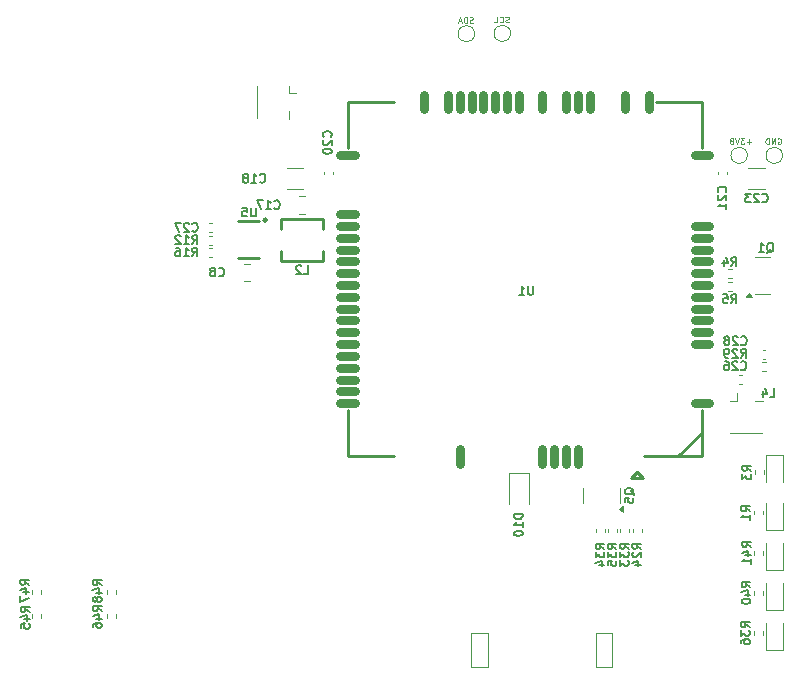
<source format=gbr>
%TF.GenerationSoftware,KiCad,Pcbnew,9.0.2*%
%TF.CreationDate,2025-06-30T16:53:14+07:00*%
%TF.ProjectId,GW11LR,47573131-4c52-42e6-9b69-6361645f7063,rev?*%
%TF.SameCoordinates,Original*%
%TF.FileFunction,Legend,Bot*%
%TF.FilePolarity,Positive*%
%FSLAX46Y46*%
G04 Gerber Fmt 4.6, Leading zero omitted, Abs format (unit mm)*
G04 Created by KiCad (PCBNEW 9.0.2) date 2025-06-30 16:53:14*
%MOMM*%
%LPD*%
G01*
G04 APERTURE LIST*
%ADD10C,0.100000*%
%ADD11C,0.150000*%
%ADD12C,0.120000*%
%ADD13C,0.250000*%
%ADD14C,0.750000*%
G04 APERTURE END LIST*
D10*
X177998960Y-123702600D02*
X179360400Y-123702600D01*
X179360400Y-126575340D01*
X177998960Y-126575340D01*
X177998960Y-123702600D01*
X167483360Y-123728000D02*
X168844800Y-123728000D01*
X168844800Y-126600740D01*
X167483360Y-126600740D01*
X167483360Y-123728000D01*
X170648972Y-71999800D02*
X170577544Y-72023609D01*
X170577544Y-72023609D02*
X170458496Y-72023609D01*
X170458496Y-72023609D02*
X170410877Y-71999800D01*
X170410877Y-71999800D02*
X170387068Y-71975990D01*
X170387068Y-71975990D02*
X170363258Y-71928371D01*
X170363258Y-71928371D02*
X170363258Y-71880752D01*
X170363258Y-71880752D02*
X170387068Y-71833133D01*
X170387068Y-71833133D02*
X170410877Y-71809323D01*
X170410877Y-71809323D02*
X170458496Y-71785514D01*
X170458496Y-71785514D02*
X170553734Y-71761704D01*
X170553734Y-71761704D02*
X170601353Y-71737895D01*
X170601353Y-71737895D02*
X170625163Y-71714085D01*
X170625163Y-71714085D02*
X170648972Y-71666466D01*
X170648972Y-71666466D02*
X170648972Y-71618847D01*
X170648972Y-71618847D02*
X170625163Y-71571228D01*
X170625163Y-71571228D02*
X170601353Y-71547419D01*
X170601353Y-71547419D02*
X170553734Y-71523609D01*
X170553734Y-71523609D02*
X170434687Y-71523609D01*
X170434687Y-71523609D02*
X170363258Y-71547419D01*
X169863259Y-71975990D02*
X169887068Y-71999800D01*
X169887068Y-71999800D02*
X169958497Y-72023609D01*
X169958497Y-72023609D02*
X170006116Y-72023609D01*
X170006116Y-72023609D02*
X170077544Y-71999800D01*
X170077544Y-71999800D02*
X170125163Y-71952180D01*
X170125163Y-71952180D02*
X170148973Y-71904561D01*
X170148973Y-71904561D02*
X170172782Y-71809323D01*
X170172782Y-71809323D02*
X170172782Y-71737895D01*
X170172782Y-71737895D02*
X170148973Y-71642657D01*
X170148973Y-71642657D02*
X170125163Y-71595038D01*
X170125163Y-71595038D02*
X170077544Y-71547419D01*
X170077544Y-71547419D02*
X170006116Y-71523609D01*
X170006116Y-71523609D02*
X169958497Y-71523609D01*
X169958497Y-71523609D02*
X169887068Y-71547419D01*
X169887068Y-71547419D02*
X169863259Y-71571228D01*
X169410878Y-72023609D02*
X169648973Y-72023609D01*
X169648973Y-72023609D02*
X169648973Y-71523609D01*
X191165163Y-82118133D02*
X190784211Y-82118133D01*
X190974687Y-82308609D02*
X190974687Y-81927657D01*
X190593734Y-81808609D02*
X190284210Y-81808609D01*
X190284210Y-81808609D02*
X190450877Y-81999085D01*
X190450877Y-81999085D02*
X190379448Y-81999085D01*
X190379448Y-81999085D02*
X190331829Y-82022895D01*
X190331829Y-82022895D02*
X190308020Y-82046704D01*
X190308020Y-82046704D02*
X190284210Y-82094323D01*
X190284210Y-82094323D02*
X190284210Y-82213371D01*
X190284210Y-82213371D02*
X190308020Y-82260990D01*
X190308020Y-82260990D02*
X190331829Y-82284800D01*
X190331829Y-82284800D02*
X190379448Y-82308609D01*
X190379448Y-82308609D02*
X190522305Y-82308609D01*
X190522305Y-82308609D02*
X190569924Y-82284800D01*
X190569924Y-82284800D02*
X190593734Y-82260990D01*
X190141353Y-81808609D02*
X189974687Y-82308609D01*
X189974687Y-82308609D02*
X189808020Y-81808609D01*
X189569925Y-82022895D02*
X189617544Y-81999085D01*
X189617544Y-81999085D02*
X189641354Y-81975276D01*
X189641354Y-81975276D02*
X189665163Y-81927657D01*
X189665163Y-81927657D02*
X189665163Y-81903847D01*
X189665163Y-81903847D02*
X189641354Y-81856228D01*
X189641354Y-81856228D02*
X189617544Y-81832419D01*
X189617544Y-81832419D02*
X189569925Y-81808609D01*
X189569925Y-81808609D02*
X189474687Y-81808609D01*
X189474687Y-81808609D02*
X189427068Y-81832419D01*
X189427068Y-81832419D02*
X189403259Y-81856228D01*
X189403259Y-81856228D02*
X189379449Y-81903847D01*
X189379449Y-81903847D02*
X189379449Y-81927657D01*
X189379449Y-81927657D02*
X189403259Y-81975276D01*
X189403259Y-81975276D02*
X189427068Y-81999085D01*
X189427068Y-81999085D02*
X189474687Y-82022895D01*
X189474687Y-82022895D02*
X189569925Y-82022895D01*
X189569925Y-82022895D02*
X189617544Y-82046704D01*
X189617544Y-82046704D02*
X189641354Y-82070514D01*
X189641354Y-82070514D02*
X189665163Y-82118133D01*
X189665163Y-82118133D02*
X189665163Y-82213371D01*
X189665163Y-82213371D02*
X189641354Y-82260990D01*
X189641354Y-82260990D02*
X189617544Y-82284800D01*
X189617544Y-82284800D02*
X189569925Y-82308609D01*
X189569925Y-82308609D02*
X189474687Y-82308609D01*
X189474687Y-82308609D02*
X189427068Y-82284800D01*
X189427068Y-82284800D02*
X189403259Y-82260990D01*
X189403259Y-82260990D02*
X189379449Y-82213371D01*
X189379449Y-82213371D02*
X189379449Y-82118133D01*
X189379449Y-82118133D02*
X189403259Y-82070514D01*
X189403259Y-82070514D02*
X189427068Y-82046704D01*
X189427068Y-82046704D02*
X189474687Y-82022895D01*
X193428258Y-81857419D02*
X193475877Y-81833609D01*
X193475877Y-81833609D02*
X193547306Y-81833609D01*
X193547306Y-81833609D02*
X193618734Y-81857419D01*
X193618734Y-81857419D02*
X193666353Y-81905038D01*
X193666353Y-81905038D02*
X193690163Y-81952657D01*
X193690163Y-81952657D02*
X193713972Y-82047895D01*
X193713972Y-82047895D02*
X193713972Y-82119323D01*
X193713972Y-82119323D02*
X193690163Y-82214561D01*
X193690163Y-82214561D02*
X193666353Y-82262180D01*
X193666353Y-82262180D02*
X193618734Y-82309800D01*
X193618734Y-82309800D02*
X193547306Y-82333609D01*
X193547306Y-82333609D02*
X193499687Y-82333609D01*
X193499687Y-82333609D02*
X193428258Y-82309800D01*
X193428258Y-82309800D02*
X193404449Y-82285990D01*
X193404449Y-82285990D02*
X193404449Y-82119323D01*
X193404449Y-82119323D02*
X193499687Y-82119323D01*
X193190163Y-82333609D02*
X193190163Y-81833609D01*
X193190163Y-81833609D02*
X192904449Y-82333609D01*
X192904449Y-82333609D02*
X192904449Y-81833609D01*
X192666353Y-82333609D02*
X192666353Y-81833609D01*
X192666353Y-81833609D02*
X192547305Y-81833609D01*
X192547305Y-81833609D02*
X192475877Y-81857419D01*
X192475877Y-81857419D02*
X192428258Y-81905038D01*
X192428258Y-81905038D02*
X192404448Y-81952657D01*
X192404448Y-81952657D02*
X192380639Y-82047895D01*
X192380639Y-82047895D02*
X192380639Y-82119323D01*
X192380639Y-82119323D02*
X192404448Y-82214561D01*
X192404448Y-82214561D02*
X192428258Y-82262180D01*
X192428258Y-82262180D02*
X192475877Y-82309800D01*
X192475877Y-82309800D02*
X192547305Y-82333609D01*
X192547305Y-82333609D02*
X192666353Y-82333609D01*
X167618972Y-72029800D02*
X167547544Y-72053609D01*
X167547544Y-72053609D02*
X167428496Y-72053609D01*
X167428496Y-72053609D02*
X167380877Y-72029800D01*
X167380877Y-72029800D02*
X167357068Y-72005990D01*
X167357068Y-72005990D02*
X167333258Y-71958371D01*
X167333258Y-71958371D02*
X167333258Y-71910752D01*
X167333258Y-71910752D02*
X167357068Y-71863133D01*
X167357068Y-71863133D02*
X167380877Y-71839323D01*
X167380877Y-71839323D02*
X167428496Y-71815514D01*
X167428496Y-71815514D02*
X167523734Y-71791704D01*
X167523734Y-71791704D02*
X167571353Y-71767895D01*
X167571353Y-71767895D02*
X167595163Y-71744085D01*
X167595163Y-71744085D02*
X167618972Y-71696466D01*
X167618972Y-71696466D02*
X167618972Y-71648847D01*
X167618972Y-71648847D02*
X167595163Y-71601228D01*
X167595163Y-71601228D02*
X167571353Y-71577419D01*
X167571353Y-71577419D02*
X167523734Y-71553609D01*
X167523734Y-71553609D02*
X167404687Y-71553609D01*
X167404687Y-71553609D02*
X167333258Y-71577419D01*
X167118973Y-72053609D02*
X167118973Y-71553609D01*
X167118973Y-71553609D02*
X166999925Y-71553609D01*
X166999925Y-71553609D02*
X166928497Y-71577419D01*
X166928497Y-71577419D02*
X166880878Y-71625038D01*
X166880878Y-71625038D02*
X166857068Y-71672657D01*
X166857068Y-71672657D02*
X166833259Y-71767895D01*
X166833259Y-71767895D02*
X166833259Y-71839323D01*
X166833259Y-71839323D02*
X166857068Y-71934561D01*
X166857068Y-71934561D02*
X166880878Y-71982180D01*
X166880878Y-71982180D02*
X166928497Y-72029800D01*
X166928497Y-72029800D02*
X166999925Y-72053609D01*
X166999925Y-72053609D02*
X167118973Y-72053609D01*
X166642782Y-71910752D02*
X166404687Y-71910752D01*
X166690401Y-72053609D02*
X166523735Y-71553609D01*
X166523735Y-71553609D02*
X166357068Y-72053609D01*
D11*
X191154164Y-116442856D02*
X190797021Y-116192856D01*
X191154164Y-116014285D02*
X190404164Y-116014285D01*
X190404164Y-116014285D02*
X190404164Y-116299999D01*
X190404164Y-116299999D02*
X190439878Y-116371428D01*
X190439878Y-116371428D02*
X190475592Y-116407142D01*
X190475592Y-116407142D02*
X190547021Y-116442856D01*
X190547021Y-116442856D02*
X190654164Y-116442856D01*
X190654164Y-116442856D02*
X190725592Y-116407142D01*
X190725592Y-116407142D02*
X190761307Y-116371428D01*
X190761307Y-116371428D02*
X190797021Y-116299999D01*
X190797021Y-116299999D02*
X190797021Y-116014285D01*
X190654164Y-117085714D02*
X191154164Y-117085714D01*
X190368450Y-116907142D02*
X190904164Y-116728571D01*
X190904164Y-116728571D02*
X190904164Y-117192856D01*
X191154164Y-117871428D02*
X191154164Y-117442857D01*
X191154164Y-117657142D02*
X190404164Y-117657142D01*
X190404164Y-117657142D02*
X190511307Y-117585714D01*
X190511307Y-117585714D02*
X190582735Y-117514285D01*
X190582735Y-117514285D02*
X190618450Y-117442857D01*
X136194164Y-121847856D02*
X135837021Y-121597856D01*
X136194164Y-121419285D02*
X135444164Y-121419285D01*
X135444164Y-121419285D02*
X135444164Y-121704999D01*
X135444164Y-121704999D02*
X135479878Y-121776428D01*
X135479878Y-121776428D02*
X135515592Y-121812142D01*
X135515592Y-121812142D02*
X135587021Y-121847856D01*
X135587021Y-121847856D02*
X135694164Y-121847856D01*
X135694164Y-121847856D02*
X135765592Y-121812142D01*
X135765592Y-121812142D02*
X135801307Y-121776428D01*
X135801307Y-121776428D02*
X135837021Y-121704999D01*
X135837021Y-121704999D02*
X135837021Y-121419285D01*
X135694164Y-122490714D02*
X136194164Y-122490714D01*
X135408450Y-122312142D02*
X135944164Y-122133571D01*
X135944164Y-122133571D02*
X135944164Y-122597856D01*
X135444164Y-123205000D02*
X135444164Y-123062142D01*
X135444164Y-123062142D02*
X135479878Y-122990714D01*
X135479878Y-122990714D02*
X135515592Y-122955000D01*
X135515592Y-122955000D02*
X135622735Y-122883571D01*
X135622735Y-122883571D02*
X135765592Y-122847857D01*
X135765592Y-122847857D02*
X136051307Y-122847857D01*
X136051307Y-122847857D02*
X136122735Y-122883571D01*
X136122735Y-122883571D02*
X136158450Y-122919285D01*
X136158450Y-122919285D02*
X136194164Y-122990714D01*
X136194164Y-122990714D02*
X136194164Y-123133571D01*
X136194164Y-123133571D02*
X136158450Y-123205000D01*
X136158450Y-123205000D02*
X136122735Y-123240714D01*
X136122735Y-123240714D02*
X136051307Y-123276428D01*
X136051307Y-123276428D02*
X135872735Y-123276428D01*
X135872735Y-123276428D02*
X135801307Y-123240714D01*
X135801307Y-123240714D02*
X135765592Y-123205000D01*
X135765592Y-123205000D02*
X135729878Y-123133571D01*
X135729878Y-123133571D02*
X135729878Y-122990714D01*
X135729878Y-122990714D02*
X135765592Y-122919285D01*
X135765592Y-122919285D02*
X135801307Y-122883571D01*
X135801307Y-122883571D02*
X135872735Y-122847857D01*
X130049164Y-119637856D02*
X129692021Y-119387856D01*
X130049164Y-119209285D02*
X129299164Y-119209285D01*
X129299164Y-119209285D02*
X129299164Y-119494999D01*
X129299164Y-119494999D02*
X129334878Y-119566428D01*
X129334878Y-119566428D02*
X129370592Y-119602142D01*
X129370592Y-119602142D02*
X129442021Y-119637856D01*
X129442021Y-119637856D02*
X129549164Y-119637856D01*
X129549164Y-119637856D02*
X129620592Y-119602142D01*
X129620592Y-119602142D02*
X129656307Y-119566428D01*
X129656307Y-119566428D02*
X129692021Y-119494999D01*
X129692021Y-119494999D02*
X129692021Y-119209285D01*
X129549164Y-120280714D02*
X130049164Y-120280714D01*
X129263450Y-120102142D02*
X129799164Y-119923571D01*
X129799164Y-119923571D02*
X129799164Y-120387856D01*
X129299164Y-120602142D02*
X129299164Y-121102142D01*
X129299164Y-121102142D02*
X130049164Y-120780714D01*
X190292143Y-101377735D02*
X190327857Y-101413450D01*
X190327857Y-101413450D02*
X190435000Y-101449164D01*
X190435000Y-101449164D02*
X190506428Y-101449164D01*
X190506428Y-101449164D02*
X190613571Y-101413450D01*
X190613571Y-101413450D02*
X190685000Y-101342021D01*
X190685000Y-101342021D02*
X190720714Y-101270592D01*
X190720714Y-101270592D02*
X190756428Y-101127735D01*
X190756428Y-101127735D02*
X190756428Y-101020592D01*
X190756428Y-101020592D02*
X190720714Y-100877735D01*
X190720714Y-100877735D02*
X190685000Y-100806307D01*
X190685000Y-100806307D02*
X190613571Y-100734878D01*
X190613571Y-100734878D02*
X190506428Y-100699164D01*
X190506428Y-100699164D02*
X190435000Y-100699164D01*
X190435000Y-100699164D02*
X190327857Y-100734878D01*
X190327857Y-100734878D02*
X190292143Y-100770592D01*
X190006428Y-100770592D02*
X189970714Y-100734878D01*
X189970714Y-100734878D02*
X189899286Y-100699164D01*
X189899286Y-100699164D02*
X189720714Y-100699164D01*
X189720714Y-100699164D02*
X189649286Y-100734878D01*
X189649286Y-100734878D02*
X189613571Y-100770592D01*
X189613571Y-100770592D02*
X189577857Y-100842021D01*
X189577857Y-100842021D02*
X189577857Y-100913450D01*
X189577857Y-100913450D02*
X189613571Y-101020592D01*
X189613571Y-101020592D02*
X190042143Y-101449164D01*
X190042143Y-101449164D02*
X189577857Y-101449164D01*
X188935000Y-100699164D02*
X189077857Y-100699164D01*
X189077857Y-100699164D02*
X189149285Y-100734878D01*
X189149285Y-100734878D02*
X189185000Y-100770592D01*
X189185000Y-100770592D02*
X189256428Y-100877735D01*
X189256428Y-100877735D02*
X189292142Y-101020592D01*
X189292142Y-101020592D02*
X189292142Y-101306307D01*
X189292142Y-101306307D02*
X189256428Y-101377735D01*
X189256428Y-101377735D02*
X189220714Y-101413450D01*
X189220714Y-101413450D02*
X189149285Y-101449164D01*
X189149285Y-101449164D02*
X189006428Y-101449164D01*
X189006428Y-101449164D02*
X188935000Y-101413450D01*
X188935000Y-101413450D02*
X188899285Y-101377735D01*
X188899285Y-101377735D02*
X188863571Y-101306307D01*
X188863571Y-101306307D02*
X188863571Y-101127735D01*
X188863571Y-101127735D02*
X188899285Y-101056307D01*
X188899285Y-101056307D02*
X188935000Y-101020592D01*
X188935000Y-101020592D02*
X189006428Y-100984878D01*
X189006428Y-100984878D02*
X189149285Y-100984878D01*
X189149285Y-100984878D02*
X189220714Y-101020592D01*
X189220714Y-101020592D02*
X189256428Y-101056307D01*
X189256428Y-101056307D02*
X189292142Y-101127735D01*
X149241428Y-87689164D02*
X149241428Y-88296307D01*
X149241428Y-88296307D02*
X149205714Y-88367735D01*
X149205714Y-88367735D02*
X149170000Y-88403450D01*
X149170000Y-88403450D02*
X149098571Y-88439164D01*
X149098571Y-88439164D02*
X148955714Y-88439164D01*
X148955714Y-88439164D02*
X148884285Y-88403450D01*
X148884285Y-88403450D02*
X148848571Y-88367735D01*
X148848571Y-88367735D02*
X148812857Y-88296307D01*
X148812857Y-88296307D02*
X148812857Y-87689164D01*
X148098571Y-87689164D02*
X148455714Y-87689164D01*
X148455714Y-87689164D02*
X148491428Y-88046307D01*
X148491428Y-88046307D02*
X148455714Y-88010592D01*
X148455714Y-88010592D02*
X148384286Y-87974878D01*
X148384286Y-87974878D02*
X148205714Y-87974878D01*
X148205714Y-87974878D02*
X148134286Y-88010592D01*
X148134286Y-88010592D02*
X148098571Y-88046307D01*
X148098571Y-88046307D02*
X148062857Y-88117735D01*
X148062857Y-88117735D02*
X148062857Y-88296307D01*
X148062857Y-88296307D02*
X148098571Y-88367735D01*
X148098571Y-88367735D02*
X148134286Y-88403450D01*
X148134286Y-88403450D02*
X148205714Y-88439164D01*
X148205714Y-88439164D02*
X148384286Y-88439164D01*
X148384286Y-88439164D02*
X148455714Y-88403450D01*
X148455714Y-88403450D02*
X148491428Y-88367735D01*
X191044164Y-123232856D02*
X190687021Y-122982856D01*
X191044164Y-122804285D02*
X190294164Y-122804285D01*
X190294164Y-122804285D02*
X190294164Y-123089999D01*
X190294164Y-123089999D02*
X190329878Y-123161428D01*
X190329878Y-123161428D02*
X190365592Y-123197142D01*
X190365592Y-123197142D02*
X190437021Y-123232856D01*
X190437021Y-123232856D02*
X190544164Y-123232856D01*
X190544164Y-123232856D02*
X190615592Y-123197142D01*
X190615592Y-123197142D02*
X190651307Y-123161428D01*
X190651307Y-123161428D02*
X190687021Y-123089999D01*
X190687021Y-123089999D02*
X190687021Y-122804285D01*
X190294164Y-123482856D02*
X190294164Y-123947142D01*
X190294164Y-123947142D02*
X190579878Y-123697142D01*
X190579878Y-123697142D02*
X190579878Y-123804285D01*
X190579878Y-123804285D02*
X190615592Y-123875714D01*
X190615592Y-123875714D02*
X190651307Y-123911428D01*
X190651307Y-123911428D02*
X190722735Y-123947142D01*
X190722735Y-123947142D02*
X190901307Y-123947142D01*
X190901307Y-123947142D02*
X190972735Y-123911428D01*
X190972735Y-123911428D02*
X191008450Y-123875714D01*
X191008450Y-123875714D02*
X191044164Y-123804285D01*
X191044164Y-123804285D02*
X191044164Y-123589999D01*
X191044164Y-123589999D02*
X191008450Y-123518571D01*
X191008450Y-123518571D02*
X190972735Y-123482856D01*
X190294164Y-124590000D02*
X190294164Y-124447142D01*
X190294164Y-124447142D02*
X190329878Y-124375714D01*
X190329878Y-124375714D02*
X190365592Y-124340000D01*
X190365592Y-124340000D02*
X190472735Y-124268571D01*
X190472735Y-124268571D02*
X190615592Y-124232857D01*
X190615592Y-124232857D02*
X190901307Y-124232857D01*
X190901307Y-124232857D02*
X190972735Y-124268571D01*
X190972735Y-124268571D02*
X191008450Y-124304285D01*
X191008450Y-124304285D02*
X191044164Y-124375714D01*
X191044164Y-124375714D02*
X191044164Y-124518571D01*
X191044164Y-124518571D02*
X191008450Y-124590000D01*
X191008450Y-124590000D02*
X190972735Y-124625714D01*
X190972735Y-124625714D02*
X190901307Y-124661428D01*
X190901307Y-124661428D02*
X190722735Y-124661428D01*
X190722735Y-124661428D02*
X190651307Y-124625714D01*
X190651307Y-124625714D02*
X190615592Y-124590000D01*
X190615592Y-124590000D02*
X190579878Y-124518571D01*
X190579878Y-124518571D02*
X190579878Y-124375714D01*
X190579878Y-124375714D02*
X190615592Y-124304285D01*
X190615592Y-124304285D02*
X190651307Y-124268571D01*
X190651307Y-124268571D02*
X190722735Y-124232857D01*
X130069164Y-121907856D02*
X129712021Y-121657856D01*
X130069164Y-121479285D02*
X129319164Y-121479285D01*
X129319164Y-121479285D02*
X129319164Y-121764999D01*
X129319164Y-121764999D02*
X129354878Y-121836428D01*
X129354878Y-121836428D02*
X129390592Y-121872142D01*
X129390592Y-121872142D02*
X129462021Y-121907856D01*
X129462021Y-121907856D02*
X129569164Y-121907856D01*
X129569164Y-121907856D02*
X129640592Y-121872142D01*
X129640592Y-121872142D02*
X129676307Y-121836428D01*
X129676307Y-121836428D02*
X129712021Y-121764999D01*
X129712021Y-121764999D02*
X129712021Y-121479285D01*
X129569164Y-122550714D02*
X130069164Y-122550714D01*
X129283450Y-122372142D02*
X129819164Y-122193571D01*
X129819164Y-122193571D02*
X129819164Y-122657856D01*
X129319164Y-123300714D02*
X129319164Y-122943571D01*
X129319164Y-122943571D02*
X129676307Y-122907857D01*
X129676307Y-122907857D02*
X129640592Y-122943571D01*
X129640592Y-122943571D02*
X129604878Y-123015000D01*
X129604878Y-123015000D02*
X129604878Y-123193571D01*
X129604878Y-123193571D02*
X129640592Y-123265000D01*
X129640592Y-123265000D02*
X129676307Y-123300714D01*
X129676307Y-123300714D02*
X129747735Y-123336428D01*
X129747735Y-123336428D02*
X129926307Y-123336428D01*
X129926307Y-123336428D02*
X129997735Y-123300714D01*
X129997735Y-123300714D02*
X130033450Y-123265000D01*
X130033450Y-123265000D02*
X130069164Y-123193571D01*
X130069164Y-123193571D02*
X130069164Y-123015000D01*
X130069164Y-123015000D02*
X130033450Y-122943571D01*
X130033450Y-122943571D02*
X129997735Y-122907857D01*
X143862143Y-89667735D02*
X143897857Y-89703450D01*
X143897857Y-89703450D02*
X144005000Y-89739164D01*
X144005000Y-89739164D02*
X144076428Y-89739164D01*
X144076428Y-89739164D02*
X144183571Y-89703450D01*
X144183571Y-89703450D02*
X144255000Y-89632021D01*
X144255000Y-89632021D02*
X144290714Y-89560592D01*
X144290714Y-89560592D02*
X144326428Y-89417735D01*
X144326428Y-89417735D02*
X144326428Y-89310592D01*
X144326428Y-89310592D02*
X144290714Y-89167735D01*
X144290714Y-89167735D02*
X144255000Y-89096307D01*
X144255000Y-89096307D02*
X144183571Y-89024878D01*
X144183571Y-89024878D02*
X144076428Y-88989164D01*
X144076428Y-88989164D02*
X144005000Y-88989164D01*
X144005000Y-88989164D02*
X143897857Y-89024878D01*
X143897857Y-89024878D02*
X143862143Y-89060592D01*
X143576428Y-89060592D02*
X143540714Y-89024878D01*
X143540714Y-89024878D02*
X143469286Y-88989164D01*
X143469286Y-88989164D02*
X143290714Y-88989164D01*
X143290714Y-88989164D02*
X143219286Y-89024878D01*
X143219286Y-89024878D02*
X143183571Y-89060592D01*
X143183571Y-89060592D02*
X143147857Y-89132021D01*
X143147857Y-89132021D02*
X143147857Y-89203450D01*
X143147857Y-89203450D02*
X143183571Y-89310592D01*
X143183571Y-89310592D02*
X143612143Y-89739164D01*
X143612143Y-89739164D02*
X143147857Y-89739164D01*
X142897857Y-88989164D02*
X142397857Y-88989164D01*
X142397857Y-88989164D02*
X142719285Y-89739164D01*
X192107143Y-87187735D02*
X192142857Y-87223450D01*
X192142857Y-87223450D02*
X192250000Y-87259164D01*
X192250000Y-87259164D02*
X192321428Y-87259164D01*
X192321428Y-87259164D02*
X192428571Y-87223450D01*
X192428571Y-87223450D02*
X192500000Y-87152021D01*
X192500000Y-87152021D02*
X192535714Y-87080592D01*
X192535714Y-87080592D02*
X192571428Y-86937735D01*
X192571428Y-86937735D02*
X192571428Y-86830592D01*
X192571428Y-86830592D02*
X192535714Y-86687735D01*
X192535714Y-86687735D02*
X192500000Y-86616307D01*
X192500000Y-86616307D02*
X192428571Y-86544878D01*
X192428571Y-86544878D02*
X192321428Y-86509164D01*
X192321428Y-86509164D02*
X192250000Y-86509164D01*
X192250000Y-86509164D02*
X192142857Y-86544878D01*
X192142857Y-86544878D02*
X192107143Y-86580592D01*
X191821428Y-86580592D02*
X191785714Y-86544878D01*
X191785714Y-86544878D02*
X191714286Y-86509164D01*
X191714286Y-86509164D02*
X191535714Y-86509164D01*
X191535714Y-86509164D02*
X191464286Y-86544878D01*
X191464286Y-86544878D02*
X191428571Y-86580592D01*
X191428571Y-86580592D02*
X191392857Y-86652021D01*
X191392857Y-86652021D02*
X191392857Y-86723450D01*
X191392857Y-86723450D02*
X191428571Y-86830592D01*
X191428571Y-86830592D02*
X191857143Y-87259164D01*
X191857143Y-87259164D02*
X191392857Y-87259164D01*
X191142857Y-86509164D02*
X190678571Y-86509164D01*
X190678571Y-86509164D02*
X190928571Y-86794878D01*
X190928571Y-86794878D02*
X190821428Y-86794878D01*
X190821428Y-86794878D02*
X190750000Y-86830592D01*
X190750000Y-86830592D02*
X190714285Y-86866307D01*
X190714285Y-86866307D02*
X190678571Y-86937735D01*
X190678571Y-86937735D02*
X190678571Y-87116307D01*
X190678571Y-87116307D02*
X190714285Y-87187735D01*
X190714285Y-87187735D02*
X190750000Y-87223450D01*
X190750000Y-87223450D02*
X190821428Y-87259164D01*
X190821428Y-87259164D02*
X191035714Y-87259164D01*
X191035714Y-87259164D02*
X191107142Y-87223450D01*
X191107142Y-87223450D02*
X191142857Y-87187735D01*
X189485000Y-92639164D02*
X189735000Y-92282021D01*
X189913571Y-92639164D02*
X189913571Y-91889164D01*
X189913571Y-91889164D02*
X189627857Y-91889164D01*
X189627857Y-91889164D02*
X189556428Y-91924878D01*
X189556428Y-91924878D02*
X189520714Y-91960592D01*
X189520714Y-91960592D02*
X189485000Y-92032021D01*
X189485000Y-92032021D02*
X189485000Y-92139164D01*
X189485000Y-92139164D02*
X189520714Y-92210592D01*
X189520714Y-92210592D02*
X189556428Y-92246307D01*
X189556428Y-92246307D02*
X189627857Y-92282021D01*
X189627857Y-92282021D02*
X189913571Y-92282021D01*
X188842143Y-92139164D02*
X188842143Y-92639164D01*
X189020714Y-91853450D02*
X189199285Y-92389164D01*
X189199285Y-92389164D02*
X188735000Y-92389164D01*
X178749164Y-116587856D02*
X178392021Y-116337856D01*
X178749164Y-116159285D02*
X177999164Y-116159285D01*
X177999164Y-116159285D02*
X177999164Y-116444999D01*
X177999164Y-116444999D02*
X178034878Y-116516428D01*
X178034878Y-116516428D02*
X178070592Y-116552142D01*
X178070592Y-116552142D02*
X178142021Y-116587856D01*
X178142021Y-116587856D02*
X178249164Y-116587856D01*
X178249164Y-116587856D02*
X178320592Y-116552142D01*
X178320592Y-116552142D02*
X178356307Y-116516428D01*
X178356307Y-116516428D02*
X178392021Y-116444999D01*
X178392021Y-116444999D02*
X178392021Y-116159285D01*
X177999164Y-116837856D02*
X177999164Y-117302142D01*
X177999164Y-117302142D02*
X178284878Y-117052142D01*
X178284878Y-117052142D02*
X178284878Y-117159285D01*
X178284878Y-117159285D02*
X178320592Y-117230714D01*
X178320592Y-117230714D02*
X178356307Y-117266428D01*
X178356307Y-117266428D02*
X178427735Y-117302142D01*
X178427735Y-117302142D02*
X178606307Y-117302142D01*
X178606307Y-117302142D02*
X178677735Y-117266428D01*
X178677735Y-117266428D02*
X178713450Y-117230714D01*
X178713450Y-117230714D02*
X178749164Y-117159285D01*
X178749164Y-117159285D02*
X178749164Y-116944999D01*
X178749164Y-116944999D02*
X178713450Y-116873571D01*
X178713450Y-116873571D02*
X178677735Y-116837856D01*
X178249164Y-117945000D02*
X178749164Y-117945000D01*
X177963450Y-117766428D02*
X178499164Y-117587857D01*
X178499164Y-117587857D02*
X178499164Y-118052142D01*
X146095000Y-93447735D02*
X146130714Y-93483450D01*
X146130714Y-93483450D02*
X146237857Y-93519164D01*
X146237857Y-93519164D02*
X146309285Y-93519164D01*
X146309285Y-93519164D02*
X146416428Y-93483450D01*
X146416428Y-93483450D02*
X146487857Y-93412021D01*
X146487857Y-93412021D02*
X146523571Y-93340592D01*
X146523571Y-93340592D02*
X146559285Y-93197735D01*
X146559285Y-93197735D02*
X146559285Y-93090592D01*
X146559285Y-93090592D02*
X146523571Y-92947735D01*
X146523571Y-92947735D02*
X146487857Y-92876307D01*
X146487857Y-92876307D02*
X146416428Y-92804878D01*
X146416428Y-92804878D02*
X146309285Y-92769164D01*
X146309285Y-92769164D02*
X146237857Y-92769164D01*
X146237857Y-92769164D02*
X146130714Y-92804878D01*
X146130714Y-92804878D02*
X146095000Y-92840592D01*
X145666428Y-93090592D02*
X145737857Y-93054878D01*
X145737857Y-93054878D02*
X145773571Y-93019164D01*
X145773571Y-93019164D02*
X145809285Y-92947735D01*
X145809285Y-92947735D02*
X145809285Y-92912021D01*
X145809285Y-92912021D02*
X145773571Y-92840592D01*
X145773571Y-92840592D02*
X145737857Y-92804878D01*
X145737857Y-92804878D02*
X145666428Y-92769164D01*
X145666428Y-92769164D02*
X145523571Y-92769164D01*
X145523571Y-92769164D02*
X145452143Y-92804878D01*
X145452143Y-92804878D02*
X145416428Y-92840592D01*
X145416428Y-92840592D02*
X145380714Y-92912021D01*
X145380714Y-92912021D02*
X145380714Y-92947735D01*
X145380714Y-92947735D02*
X145416428Y-93019164D01*
X145416428Y-93019164D02*
X145452143Y-93054878D01*
X145452143Y-93054878D02*
X145523571Y-93090592D01*
X145523571Y-93090592D02*
X145666428Y-93090592D01*
X145666428Y-93090592D02*
X145737857Y-93126307D01*
X145737857Y-93126307D02*
X145773571Y-93162021D01*
X145773571Y-93162021D02*
X145809285Y-93233450D01*
X145809285Y-93233450D02*
X145809285Y-93376307D01*
X145809285Y-93376307D02*
X145773571Y-93447735D01*
X145773571Y-93447735D02*
X145737857Y-93483450D01*
X145737857Y-93483450D02*
X145666428Y-93519164D01*
X145666428Y-93519164D02*
X145523571Y-93519164D01*
X145523571Y-93519164D02*
X145452143Y-93483450D01*
X145452143Y-93483450D02*
X145416428Y-93447735D01*
X145416428Y-93447735D02*
X145380714Y-93376307D01*
X145380714Y-93376307D02*
X145380714Y-93233450D01*
X145380714Y-93233450D02*
X145416428Y-93162021D01*
X145416428Y-93162021D02*
X145452143Y-93126307D01*
X145452143Y-93126307D02*
X145523571Y-93090592D01*
X149572143Y-85517735D02*
X149607857Y-85553450D01*
X149607857Y-85553450D02*
X149715000Y-85589164D01*
X149715000Y-85589164D02*
X149786428Y-85589164D01*
X149786428Y-85589164D02*
X149893571Y-85553450D01*
X149893571Y-85553450D02*
X149965000Y-85482021D01*
X149965000Y-85482021D02*
X150000714Y-85410592D01*
X150000714Y-85410592D02*
X150036428Y-85267735D01*
X150036428Y-85267735D02*
X150036428Y-85160592D01*
X150036428Y-85160592D02*
X150000714Y-85017735D01*
X150000714Y-85017735D02*
X149965000Y-84946307D01*
X149965000Y-84946307D02*
X149893571Y-84874878D01*
X149893571Y-84874878D02*
X149786428Y-84839164D01*
X149786428Y-84839164D02*
X149715000Y-84839164D01*
X149715000Y-84839164D02*
X149607857Y-84874878D01*
X149607857Y-84874878D02*
X149572143Y-84910592D01*
X148857857Y-85589164D02*
X149286428Y-85589164D01*
X149072143Y-85589164D02*
X149072143Y-84839164D01*
X149072143Y-84839164D02*
X149143571Y-84946307D01*
X149143571Y-84946307D02*
X149215000Y-85017735D01*
X149215000Y-85017735D02*
X149286428Y-85053450D01*
X148429285Y-85160592D02*
X148500714Y-85124878D01*
X148500714Y-85124878D02*
X148536428Y-85089164D01*
X148536428Y-85089164D02*
X148572142Y-85017735D01*
X148572142Y-85017735D02*
X148572142Y-84982021D01*
X148572142Y-84982021D02*
X148536428Y-84910592D01*
X148536428Y-84910592D02*
X148500714Y-84874878D01*
X148500714Y-84874878D02*
X148429285Y-84839164D01*
X148429285Y-84839164D02*
X148286428Y-84839164D01*
X148286428Y-84839164D02*
X148215000Y-84874878D01*
X148215000Y-84874878D02*
X148179285Y-84910592D01*
X148179285Y-84910592D02*
X148143571Y-84982021D01*
X148143571Y-84982021D02*
X148143571Y-85017735D01*
X148143571Y-85017735D02*
X148179285Y-85089164D01*
X148179285Y-85089164D02*
X148215000Y-85124878D01*
X148215000Y-85124878D02*
X148286428Y-85160592D01*
X148286428Y-85160592D02*
X148429285Y-85160592D01*
X148429285Y-85160592D02*
X148500714Y-85196307D01*
X148500714Y-85196307D02*
X148536428Y-85232021D01*
X148536428Y-85232021D02*
X148572142Y-85303450D01*
X148572142Y-85303450D02*
X148572142Y-85446307D01*
X148572142Y-85446307D02*
X148536428Y-85517735D01*
X148536428Y-85517735D02*
X148500714Y-85553450D01*
X148500714Y-85553450D02*
X148429285Y-85589164D01*
X148429285Y-85589164D02*
X148286428Y-85589164D01*
X148286428Y-85589164D02*
X148215000Y-85553450D01*
X148215000Y-85553450D02*
X148179285Y-85517735D01*
X148179285Y-85517735D02*
X148143571Y-85446307D01*
X148143571Y-85446307D02*
X148143571Y-85303450D01*
X148143571Y-85303450D02*
X148179285Y-85232021D01*
X148179285Y-85232021D02*
X148215000Y-85196307D01*
X148215000Y-85196307D02*
X148286428Y-85160592D01*
X171829164Y-113629285D02*
X171079164Y-113629285D01*
X171079164Y-113629285D02*
X171079164Y-113807856D01*
X171079164Y-113807856D02*
X171114878Y-113914999D01*
X171114878Y-113914999D02*
X171186307Y-113986428D01*
X171186307Y-113986428D02*
X171257735Y-114022142D01*
X171257735Y-114022142D02*
X171400592Y-114057856D01*
X171400592Y-114057856D02*
X171507735Y-114057856D01*
X171507735Y-114057856D02*
X171650592Y-114022142D01*
X171650592Y-114022142D02*
X171722021Y-113986428D01*
X171722021Y-113986428D02*
X171793450Y-113914999D01*
X171793450Y-113914999D02*
X171829164Y-113807856D01*
X171829164Y-113807856D02*
X171829164Y-113629285D01*
X171829164Y-114772142D02*
X171829164Y-114343571D01*
X171829164Y-114557856D02*
X171079164Y-114557856D01*
X171079164Y-114557856D02*
X171186307Y-114486428D01*
X171186307Y-114486428D02*
X171257735Y-114414999D01*
X171257735Y-114414999D02*
X171293450Y-114343571D01*
X171079164Y-115236428D02*
X171079164Y-115307857D01*
X171079164Y-115307857D02*
X171114878Y-115379285D01*
X171114878Y-115379285D02*
X171150592Y-115415000D01*
X171150592Y-115415000D02*
X171222021Y-115450714D01*
X171222021Y-115450714D02*
X171364878Y-115486428D01*
X171364878Y-115486428D02*
X171543450Y-115486428D01*
X171543450Y-115486428D02*
X171686307Y-115450714D01*
X171686307Y-115450714D02*
X171757735Y-115415000D01*
X171757735Y-115415000D02*
X171793450Y-115379285D01*
X171793450Y-115379285D02*
X171829164Y-115307857D01*
X171829164Y-115307857D02*
X171829164Y-115236428D01*
X171829164Y-115236428D02*
X171793450Y-115165000D01*
X171793450Y-115165000D02*
X171757735Y-115129285D01*
X171757735Y-115129285D02*
X171686307Y-115093571D01*
X171686307Y-115093571D02*
X171543450Y-115057857D01*
X171543450Y-115057857D02*
X171364878Y-115057857D01*
X171364878Y-115057857D02*
X171222021Y-115093571D01*
X171222021Y-115093571D02*
X171150592Y-115129285D01*
X171150592Y-115129285D02*
X171114878Y-115165000D01*
X171114878Y-115165000D02*
X171079164Y-115236428D01*
X181869164Y-116577856D02*
X181512021Y-116327856D01*
X181869164Y-116149285D02*
X181119164Y-116149285D01*
X181119164Y-116149285D02*
X181119164Y-116434999D01*
X181119164Y-116434999D02*
X181154878Y-116506428D01*
X181154878Y-116506428D02*
X181190592Y-116542142D01*
X181190592Y-116542142D02*
X181262021Y-116577856D01*
X181262021Y-116577856D02*
X181369164Y-116577856D01*
X181369164Y-116577856D02*
X181440592Y-116542142D01*
X181440592Y-116542142D02*
X181476307Y-116506428D01*
X181476307Y-116506428D02*
X181512021Y-116434999D01*
X181512021Y-116434999D02*
X181512021Y-116149285D01*
X181190592Y-116863571D02*
X181154878Y-116899285D01*
X181154878Y-116899285D02*
X181119164Y-116970714D01*
X181119164Y-116970714D02*
X181119164Y-117149285D01*
X181119164Y-117149285D02*
X181154878Y-117220714D01*
X181154878Y-117220714D02*
X181190592Y-117256428D01*
X181190592Y-117256428D02*
X181262021Y-117292142D01*
X181262021Y-117292142D02*
X181333450Y-117292142D01*
X181333450Y-117292142D02*
X181440592Y-117256428D01*
X181440592Y-117256428D02*
X181869164Y-116827856D01*
X181869164Y-116827856D02*
X181869164Y-117292142D01*
X181369164Y-117935000D02*
X181869164Y-117935000D01*
X181083450Y-117756428D02*
X181619164Y-117577857D01*
X181619164Y-117577857D02*
X181619164Y-118042142D01*
X179759164Y-116577856D02*
X179402021Y-116327856D01*
X179759164Y-116149285D02*
X179009164Y-116149285D01*
X179009164Y-116149285D02*
X179009164Y-116434999D01*
X179009164Y-116434999D02*
X179044878Y-116506428D01*
X179044878Y-116506428D02*
X179080592Y-116542142D01*
X179080592Y-116542142D02*
X179152021Y-116577856D01*
X179152021Y-116577856D02*
X179259164Y-116577856D01*
X179259164Y-116577856D02*
X179330592Y-116542142D01*
X179330592Y-116542142D02*
X179366307Y-116506428D01*
X179366307Y-116506428D02*
X179402021Y-116434999D01*
X179402021Y-116434999D02*
X179402021Y-116149285D01*
X179009164Y-116827856D02*
X179009164Y-117292142D01*
X179009164Y-117292142D02*
X179294878Y-117042142D01*
X179294878Y-117042142D02*
X179294878Y-117149285D01*
X179294878Y-117149285D02*
X179330592Y-117220714D01*
X179330592Y-117220714D02*
X179366307Y-117256428D01*
X179366307Y-117256428D02*
X179437735Y-117292142D01*
X179437735Y-117292142D02*
X179616307Y-117292142D01*
X179616307Y-117292142D02*
X179687735Y-117256428D01*
X179687735Y-117256428D02*
X179723450Y-117220714D01*
X179723450Y-117220714D02*
X179759164Y-117149285D01*
X179759164Y-117149285D02*
X179759164Y-116934999D01*
X179759164Y-116934999D02*
X179723450Y-116863571D01*
X179723450Y-116863571D02*
X179687735Y-116827856D01*
X179009164Y-117970714D02*
X179009164Y-117613571D01*
X179009164Y-117613571D02*
X179366307Y-117577857D01*
X179366307Y-117577857D02*
X179330592Y-117613571D01*
X179330592Y-117613571D02*
X179294878Y-117685000D01*
X179294878Y-117685000D02*
X179294878Y-117863571D01*
X179294878Y-117863571D02*
X179330592Y-117935000D01*
X179330592Y-117935000D02*
X179366307Y-117970714D01*
X179366307Y-117970714D02*
X179437735Y-118006428D01*
X179437735Y-118006428D02*
X179616307Y-118006428D01*
X179616307Y-118006428D02*
X179687735Y-117970714D01*
X179687735Y-117970714D02*
X179723450Y-117935000D01*
X179723450Y-117935000D02*
X179759164Y-117863571D01*
X179759164Y-117863571D02*
X179759164Y-117685000D01*
X179759164Y-117685000D02*
X179723450Y-117613571D01*
X179723450Y-117613571D02*
X179687735Y-117577857D01*
X191109164Y-119817856D02*
X190752021Y-119567856D01*
X191109164Y-119389285D02*
X190359164Y-119389285D01*
X190359164Y-119389285D02*
X190359164Y-119674999D01*
X190359164Y-119674999D02*
X190394878Y-119746428D01*
X190394878Y-119746428D02*
X190430592Y-119782142D01*
X190430592Y-119782142D02*
X190502021Y-119817856D01*
X190502021Y-119817856D02*
X190609164Y-119817856D01*
X190609164Y-119817856D02*
X190680592Y-119782142D01*
X190680592Y-119782142D02*
X190716307Y-119746428D01*
X190716307Y-119746428D02*
X190752021Y-119674999D01*
X190752021Y-119674999D02*
X190752021Y-119389285D01*
X190609164Y-120460714D02*
X191109164Y-120460714D01*
X190323450Y-120282142D02*
X190859164Y-120103571D01*
X190859164Y-120103571D02*
X190859164Y-120567856D01*
X190359164Y-120996428D02*
X190359164Y-121067857D01*
X190359164Y-121067857D02*
X190394878Y-121139285D01*
X190394878Y-121139285D02*
X190430592Y-121175000D01*
X190430592Y-121175000D02*
X190502021Y-121210714D01*
X190502021Y-121210714D02*
X190644878Y-121246428D01*
X190644878Y-121246428D02*
X190823450Y-121246428D01*
X190823450Y-121246428D02*
X190966307Y-121210714D01*
X190966307Y-121210714D02*
X191037735Y-121175000D01*
X191037735Y-121175000D02*
X191073450Y-121139285D01*
X191073450Y-121139285D02*
X191109164Y-121067857D01*
X191109164Y-121067857D02*
X191109164Y-120996428D01*
X191109164Y-120996428D02*
X191073450Y-120925000D01*
X191073450Y-120925000D02*
X191037735Y-120889285D01*
X191037735Y-120889285D02*
X190966307Y-120853571D01*
X190966307Y-120853571D02*
X190823450Y-120817857D01*
X190823450Y-120817857D02*
X190644878Y-120817857D01*
X190644878Y-120817857D02*
X190502021Y-120853571D01*
X190502021Y-120853571D02*
X190430592Y-120889285D01*
X190430592Y-120889285D02*
X190394878Y-120925000D01*
X190394878Y-120925000D02*
X190359164Y-120996428D01*
X180809164Y-116577856D02*
X180452021Y-116327856D01*
X180809164Y-116149285D02*
X180059164Y-116149285D01*
X180059164Y-116149285D02*
X180059164Y-116434999D01*
X180059164Y-116434999D02*
X180094878Y-116506428D01*
X180094878Y-116506428D02*
X180130592Y-116542142D01*
X180130592Y-116542142D02*
X180202021Y-116577856D01*
X180202021Y-116577856D02*
X180309164Y-116577856D01*
X180309164Y-116577856D02*
X180380592Y-116542142D01*
X180380592Y-116542142D02*
X180416307Y-116506428D01*
X180416307Y-116506428D02*
X180452021Y-116434999D01*
X180452021Y-116434999D02*
X180452021Y-116149285D01*
X180059164Y-116827856D02*
X180059164Y-117292142D01*
X180059164Y-117292142D02*
X180344878Y-117042142D01*
X180344878Y-117042142D02*
X180344878Y-117149285D01*
X180344878Y-117149285D02*
X180380592Y-117220714D01*
X180380592Y-117220714D02*
X180416307Y-117256428D01*
X180416307Y-117256428D02*
X180487735Y-117292142D01*
X180487735Y-117292142D02*
X180666307Y-117292142D01*
X180666307Y-117292142D02*
X180737735Y-117256428D01*
X180737735Y-117256428D02*
X180773450Y-117220714D01*
X180773450Y-117220714D02*
X180809164Y-117149285D01*
X180809164Y-117149285D02*
X180809164Y-116934999D01*
X180809164Y-116934999D02*
X180773450Y-116863571D01*
X180773450Y-116863571D02*
X180737735Y-116827856D01*
X180059164Y-117542142D02*
X180059164Y-118006428D01*
X180059164Y-118006428D02*
X180344878Y-117756428D01*
X180344878Y-117756428D02*
X180344878Y-117863571D01*
X180344878Y-117863571D02*
X180380592Y-117935000D01*
X180380592Y-117935000D02*
X180416307Y-117970714D01*
X180416307Y-117970714D02*
X180487735Y-118006428D01*
X180487735Y-118006428D02*
X180666307Y-118006428D01*
X180666307Y-118006428D02*
X180737735Y-117970714D01*
X180737735Y-117970714D02*
X180773450Y-117935000D01*
X180773450Y-117935000D02*
X180809164Y-117863571D01*
X180809164Y-117863571D02*
X180809164Y-117649285D01*
X180809164Y-117649285D02*
X180773450Y-117577857D01*
X180773450Y-117577857D02*
X180737735Y-117542142D01*
X153264999Y-93329164D02*
X153622142Y-93329164D01*
X153622142Y-93329164D02*
X153622142Y-92579164D01*
X153050713Y-92650592D02*
X153014999Y-92614878D01*
X153014999Y-92614878D02*
X152943571Y-92579164D01*
X152943571Y-92579164D02*
X152764999Y-92579164D01*
X152764999Y-92579164D02*
X152693571Y-92614878D01*
X152693571Y-92614878D02*
X152657856Y-92650592D01*
X152657856Y-92650592D02*
X152622142Y-92722021D01*
X152622142Y-92722021D02*
X152622142Y-92793450D01*
X152622142Y-92793450D02*
X152657856Y-92900592D01*
X152657856Y-92900592D02*
X153086428Y-93329164D01*
X153086428Y-93329164D02*
X152622142Y-93329164D01*
X191184164Y-109979999D02*
X190827021Y-109729999D01*
X191184164Y-109551428D02*
X190434164Y-109551428D01*
X190434164Y-109551428D02*
X190434164Y-109837142D01*
X190434164Y-109837142D02*
X190469878Y-109908571D01*
X190469878Y-109908571D02*
X190505592Y-109944285D01*
X190505592Y-109944285D02*
X190577021Y-109979999D01*
X190577021Y-109979999D02*
X190684164Y-109979999D01*
X190684164Y-109979999D02*
X190755592Y-109944285D01*
X190755592Y-109944285D02*
X190791307Y-109908571D01*
X190791307Y-109908571D02*
X190827021Y-109837142D01*
X190827021Y-109837142D02*
X190827021Y-109551428D01*
X190434164Y-110229999D02*
X190434164Y-110694285D01*
X190434164Y-110694285D02*
X190719878Y-110444285D01*
X190719878Y-110444285D02*
X190719878Y-110551428D01*
X190719878Y-110551428D02*
X190755592Y-110622857D01*
X190755592Y-110622857D02*
X190791307Y-110658571D01*
X190791307Y-110658571D02*
X190862735Y-110694285D01*
X190862735Y-110694285D02*
X191041307Y-110694285D01*
X191041307Y-110694285D02*
X191112735Y-110658571D01*
X191112735Y-110658571D02*
X191148450Y-110622857D01*
X191148450Y-110622857D02*
X191184164Y-110551428D01*
X191184164Y-110551428D02*
X191184164Y-110337142D01*
X191184164Y-110337142D02*
X191148450Y-110265714D01*
X191148450Y-110265714D02*
X191112735Y-110229999D01*
X172691428Y-94331664D02*
X172691428Y-94938807D01*
X172691428Y-94938807D02*
X172655714Y-95010235D01*
X172655714Y-95010235D02*
X172620000Y-95045950D01*
X172620000Y-95045950D02*
X172548571Y-95081664D01*
X172548571Y-95081664D02*
X172405714Y-95081664D01*
X172405714Y-95081664D02*
X172334285Y-95045950D01*
X172334285Y-95045950D02*
X172298571Y-95010235D01*
X172298571Y-95010235D02*
X172262857Y-94938807D01*
X172262857Y-94938807D02*
X172262857Y-94331664D01*
X171512857Y-95081664D02*
X171941428Y-95081664D01*
X171727143Y-95081664D02*
X171727143Y-94331664D01*
X171727143Y-94331664D02*
X171798571Y-94438807D01*
X171798571Y-94438807D02*
X171870000Y-94510235D01*
X171870000Y-94510235D02*
X171941428Y-94545950D01*
X192491428Y-91510592D02*
X192562857Y-91474878D01*
X192562857Y-91474878D02*
X192634285Y-91403450D01*
X192634285Y-91403450D02*
X192741428Y-91296307D01*
X192741428Y-91296307D02*
X192812857Y-91260592D01*
X192812857Y-91260592D02*
X192884285Y-91260592D01*
X192848571Y-91439164D02*
X192920000Y-91403450D01*
X192920000Y-91403450D02*
X192991428Y-91332021D01*
X192991428Y-91332021D02*
X193027142Y-91189164D01*
X193027142Y-91189164D02*
X193027142Y-90939164D01*
X193027142Y-90939164D02*
X192991428Y-90796307D01*
X192991428Y-90796307D02*
X192920000Y-90724878D01*
X192920000Y-90724878D02*
X192848571Y-90689164D01*
X192848571Y-90689164D02*
X192705714Y-90689164D01*
X192705714Y-90689164D02*
X192634285Y-90724878D01*
X192634285Y-90724878D02*
X192562857Y-90796307D01*
X192562857Y-90796307D02*
X192527142Y-90939164D01*
X192527142Y-90939164D02*
X192527142Y-91189164D01*
X192527142Y-91189164D02*
X192562857Y-91332021D01*
X192562857Y-91332021D02*
X192634285Y-91403450D01*
X192634285Y-91403450D02*
X192705714Y-91439164D01*
X192705714Y-91439164D02*
X192848571Y-91439164D01*
X191812857Y-91439164D02*
X192241428Y-91439164D01*
X192027143Y-91439164D02*
X192027143Y-90689164D01*
X192027143Y-90689164D02*
X192098571Y-90796307D01*
X192098571Y-90796307D02*
X192170000Y-90867735D01*
X192170000Y-90867735D02*
X192241428Y-90903450D01*
X190292143Y-100389164D02*
X190542143Y-100032021D01*
X190720714Y-100389164D02*
X190720714Y-99639164D01*
X190720714Y-99639164D02*
X190435000Y-99639164D01*
X190435000Y-99639164D02*
X190363571Y-99674878D01*
X190363571Y-99674878D02*
X190327857Y-99710592D01*
X190327857Y-99710592D02*
X190292143Y-99782021D01*
X190292143Y-99782021D02*
X190292143Y-99889164D01*
X190292143Y-99889164D02*
X190327857Y-99960592D01*
X190327857Y-99960592D02*
X190363571Y-99996307D01*
X190363571Y-99996307D02*
X190435000Y-100032021D01*
X190435000Y-100032021D02*
X190720714Y-100032021D01*
X190006428Y-99710592D02*
X189970714Y-99674878D01*
X189970714Y-99674878D02*
X189899286Y-99639164D01*
X189899286Y-99639164D02*
X189720714Y-99639164D01*
X189720714Y-99639164D02*
X189649286Y-99674878D01*
X189649286Y-99674878D02*
X189613571Y-99710592D01*
X189613571Y-99710592D02*
X189577857Y-99782021D01*
X189577857Y-99782021D02*
X189577857Y-99853450D01*
X189577857Y-99853450D02*
X189613571Y-99960592D01*
X189613571Y-99960592D02*
X190042143Y-100389164D01*
X190042143Y-100389164D02*
X189577857Y-100389164D01*
X189220714Y-100389164D02*
X189077857Y-100389164D01*
X189077857Y-100389164D02*
X189006428Y-100353450D01*
X189006428Y-100353450D02*
X188970714Y-100317735D01*
X188970714Y-100317735D02*
X188899285Y-100210592D01*
X188899285Y-100210592D02*
X188863571Y-100067735D01*
X188863571Y-100067735D02*
X188863571Y-99782021D01*
X188863571Y-99782021D02*
X188899285Y-99710592D01*
X188899285Y-99710592D02*
X188935000Y-99674878D01*
X188935000Y-99674878D02*
X189006428Y-99639164D01*
X189006428Y-99639164D02*
X189149285Y-99639164D01*
X189149285Y-99639164D02*
X189220714Y-99674878D01*
X189220714Y-99674878D02*
X189256428Y-99710592D01*
X189256428Y-99710592D02*
X189292142Y-99782021D01*
X189292142Y-99782021D02*
X189292142Y-99960592D01*
X189292142Y-99960592D02*
X189256428Y-100032021D01*
X189256428Y-100032021D02*
X189220714Y-100067735D01*
X189220714Y-100067735D02*
X189149285Y-100103450D01*
X189149285Y-100103450D02*
X189006428Y-100103450D01*
X189006428Y-100103450D02*
X188935000Y-100067735D01*
X188935000Y-100067735D02*
X188899285Y-100032021D01*
X188899285Y-100032021D02*
X188863571Y-99960592D01*
X136179164Y-119647856D02*
X135822021Y-119397856D01*
X136179164Y-119219285D02*
X135429164Y-119219285D01*
X135429164Y-119219285D02*
X135429164Y-119504999D01*
X135429164Y-119504999D02*
X135464878Y-119576428D01*
X135464878Y-119576428D02*
X135500592Y-119612142D01*
X135500592Y-119612142D02*
X135572021Y-119647856D01*
X135572021Y-119647856D02*
X135679164Y-119647856D01*
X135679164Y-119647856D02*
X135750592Y-119612142D01*
X135750592Y-119612142D02*
X135786307Y-119576428D01*
X135786307Y-119576428D02*
X135822021Y-119504999D01*
X135822021Y-119504999D02*
X135822021Y-119219285D01*
X135679164Y-120290714D02*
X136179164Y-120290714D01*
X135393450Y-120112142D02*
X135929164Y-119933571D01*
X135929164Y-119933571D02*
X135929164Y-120397856D01*
X135750592Y-120790714D02*
X135714878Y-120719285D01*
X135714878Y-120719285D02*
X135679164Y-120683571D01*
X135679164Y-120683571D02*
X135607735Y-120647857D01*
X135607735Y-120647857D02*
X135572021Y-120647857D01*
X135572021Y-120647857D02*
X135500592Y-120683571D01*
X135500592Y-120683571D02*
X135464878Y-120719285D01*
X135464878Y-120719285D02*
X135429164Y-120790714D01*
X135429164Y-120790714D02*
X135429164Y-120933571D01*
X135429164Y-120933571D02*
X135464878Y-121005000D01*
X135464878Y-121005000D02*
X135500592Y-121040714D01*
X135500592Y-121040714D02*
X135572021Y-121076428D01*
X135572021Y-121076428D02*
X135607735Y-121076428D01*
X135607735Y-121076428D02*
X135679164Y-121040714D01*
X135679164Y-121040714D02*
X135714878Y-121005000D01*
X135714878Y-121005000D02*
X135750592Y-120933571D01*
X135750592Y-120933571D02*
X135750592Y-120790714D01*
X135750592Y-120790714D02*
X135786307Y-120719285D01*
X135786307Y-120719285D02*
X135822021Y-120683571D01*
X135822021Y-120683571D02*
X135893450Y-120647857D01*
X135893450Y-120647857D02*
X136036307Y-120647857D01*
X136036307Y-120647857D02*
X136107735Y-120683571D01*
X136107735Y-120683571D02*
X136143450Y-120719285D01*
X136143450Y-120719285D02*
X136179164Y-120790714D01*
X136179164Y-120790714D02*
X136179164Y-120933571D01*
X136179164Y-120933571D02*
X136143450Y-121005000D01*
X136143450Y-121005000D02*
X136107735Y-121040714D01*
X136107735Y-121040714D02*
X136036307Y-121076428D01*
X136036307Y-121076428D02*
X135893450Y-121076428D01*
X135893450Y-121076428D02*
X135822021Y-121040714D01*
X135822021Y-121040714D02*
X135786307Y-121005000D01*
X135786307Y-121005000D02*
X135750592Y-120933571D01*
X150782143Y-87757735D02*
X150817857Y-87793450D01*
X150817857Y-87793450D02*
X150925000Y-87829164D01*
X150925000Y-87829164D02*
X150996428Y-87829164D01*
X150996428Y-87829164D02*
X151103571Y-87793450D01*
X151103571Y-87793450D02*
X151175000Y-87722021D01*
X151175000Y-87722021D02*
X151210714Y-87650592D01*
X151210714Y-87650592D02*
X151246428Y-87507735D01*
X151246428Y-87507735D02*
X151246428Y-87400592D01*
X151246428Y-87400592D02*
X151210714Y-87257735D01*
X151210714Y-87257735D02*
X151175000Y-87186307D01*
X151175000Y-87186307D02*
X151103571Y-87114878D01*
X151103571Y-87114878D02*
X150996428Y-87079164D01*
X150996428Y-87079164D02*
X150925000Y-87079164D01*
X150925000Y-87079164D02*
X150817857Y-87114878D01*
X150817857Y-87114878D02*
X150782143Y-87150592D01*
X150067857Y-87829164D02*
X150496428Y-87829164D01*
X150282143Y-87829164D02*
X150282143Y-87079164D01*
X150282143Y-87079164D02*
X150353571Y-87186307D01*
X150353571Y-87186307D02*
X150425000Y-87257735D01*
X150425000Y-87257735D02*
X150496428Y-87293450D01*
X149817857Y-87079164D02*
X149317857Y-87079164D01*
X149317857Y-87079164D02*
X149639285Y-87829164D01*
X143842143Y-91829164D02*
X144092143Y-91472021D01*
X144270714Y-91829164D02*
X144270714Y-91079164D01*
X144270714Y-91079164D02*
X143985000Y-91079164D01*
X143985000Y-91079164D02*
X143913571Y-91114878D01*
X143913571Y-91114878D02*
X143877857Y-91150592D01*
X143877857Y-91150592D02*
X143842143Y-91222021D01*
X143842143Y-91222021D02*
X143842143Y-91329164D01*
X143842143Y-91329164D02*
X143877857Y-91400592D01*
X143877857Y-91400592D02*
X143913571Y-91436307D01*
X143913571Y-91436307D02*
X143985000Y-91472021D01*
X143985000Y-91472021D02*
X144270714Y-91472021D01*
X143127857Y-91829164D02*
X143556428Y-91829164D01*
X143342143Y-91829164D02*
X143342143Y-91079164D01*
X143342143Y-91079164D02*
X143413571Y-91186307D01*
X143413571Y-91186307D02*
X143485000Y-91257735D01*
X143485000Y-91257735D02*
X143556428Y-91293450D01*
X142485000Y-91079164D02*
X142627857Y-91079164D01*
X142627857Y-91079164D02*
X142699285Y-91114878D01*
X142699285Y-91114878D02*
X142735000Y-91150592D01*
X142735000Y-91150592D02*
X142806428Y-91257735D01*
X142806428Y-91257735D02*
X142842142Y-91400592D01*
X142842142Y-91400592D02*
X142842142Y-91686307D01*
X142842142Y-91686307D02*
X142806428Y-91757735D01*
X142806428Y-91757735D02*
X142770714Y-91793450D01*
X142770714Y-91793450D02*
X142699285Y-91829164D01*
X142699285Y-91829164D02*
X142556428Y-91829164D01*
X142556428Y-91829164D02*
X142485000Y-91793450D01*
X142485000Y-91793450D02*
X142449285Y-91757735D01*
X142449285Y-91757735D02*
X142413571Y-91686307D01*
X142413571Y-91686307D02*
X142413571Y-91507735D01*
X142413571Y-91507735D02*
X142449285Y-91436307D01*
X142449285Y-91436307D02*
X142485000Y-91400592D01*
X142485000Y-91400592D02*
X142556428Y-91364878D01*
X142556428Y-91364878D02*
X142699285Y-91364878D01*
X142699285Y-91364878D02*
X142770714Y-91400592D01*
X142770714Y-91400592D02*
X142806428Y-91436307D01*
X142806428Y-91436307D02*
X142842142Y-91507735D01*
X192734999Y-103719164D02*
X193092142Y-103719164D01*
X193092142Y-103719164D02*
X193092142Y-102969164D01*
X192163571Y-103219164D02*
X192163571Y-103719164D01*
X192342142Y-102933450D02*
X192520713Y-103469164D01*
X192520713Y-103469164D02*
X192056428Y-103469164D01*
X189485000Y-95799164D02*
X189735000Y-95442021D01*
X189913571Y-95799164D02*
X189913571Y-95049164D01*
X189913571Y-95049164D02*
X189627857Y-95049164D01*
X189627857Y-95049164D02*
X189556428Y-95084878D01*
X189556428Y-95084878D02*
X189520714Y-95120592D01*
X189520714Y-95120592D02*
X189485000Y-95192021D01*
X189485000Y-95192021D02*
X189485000Y-95299164D01*
X189485000Y-95299164D02*
X189520714Y-95370592D01*
X189520714Y-95370592D02*
X189556428Y-95406307D01*
X189556428Y-95406307D02*
X189627857Y-95442021D01*
X189627857Y-95442021D02*
X189913571Y-95442021D01*
X188806428Y-95049164D02*
X189163571Y-95049164D01*
X189163571Y-95049164D02*
X189199285Y-95406307D01*
X189199285Y-95406307D02*
X189163571Y-95370592D01*
X189163571Y-95370592D02*
X189092143Y-95334878D01*
X189092143Y-95334878D02*
X188913571Y-95334878D01*
X188913571Y-95334878D02*
X188842143Y-95370592D01*
X188842143Y-95370592D02*
X188806428Y-95406307D01*
X188806428Y-95406307D02*
X188770714Y-95477735D01*
X188770714Y-95477735D02*
X188770714Y-95656307D01*
X188770714Y-95656307D02*
X188806428Y-95727735D01*
X188806428Y-95727735D02*
X188842143Y-95763450D01*
X188842143Y-95763450D02*
X188913571Y-95799164D01*
X188913571Y-95799164D02*
X189092143Y-95799164D01*
X189092143Y-95799164D02*
X189163571Y-95763450D01*
X189163571Y-95763450D02*
X189199285Y-95727735D01*
X190312143Y-99267735D02*
X190347857Y-99303450D01*
X190347857Y-99303450D02*
X190455000Y-99339164D01*
X190455000Y-99339164D02*
X190526428Y-99339164D01*
X190526428Y-99339164D02*
X190633571Y-99303450D01*
X190633571Y-99303450D02*
X190705000Y-99232021D01*
X190705000Y-99232021D02*
X190740714Y-99160592D01*
X190740714Y-99160592D02*
X190776428Y-99017735D01*
X190776428Y-99017735D02*
X190776428Y-98910592D01*
X190776428Y-98910592D02*
X190740714Y-98767735D01*
X190740714Y-98767735D02*
X190705000Y-98696307D01*
X190705000Y-98696307D02*
X190633571Y-98624878D01*
X190633571Y-98624878D02*
X190526428Y-98589164D01*
X190526428Y-98589164D02*
X190455000Y-98589164D01*
X190455000Y-98589164D02*
X190347857Y-98624878D01*
X190347857Y-98624878D02*
X190312143Y-98660592D01*
X190026428Y-98660592D02*
X189990714Y-98624878D01*
X189990714Y-98624878D02*
X189919286Y-98589164D01*
X189919286Y-98589164D02*
X189740714Y-98589164D01*
X189740714Y-98589164D02*
X189669286Y-98624878D01*
X189669286Y-98624878D02*
X189633571Y-98660592D01*
X189633571Y-98660592D02*
X189597857Y-98732021D01*
X189597857Y-98732021D02*
X189597857Y-98803450D01*
X189597857Y-98803450D02*
X189633571Y-98910592D01*
X189633571Y-98910592D02*
X190062143Y-99339164D01*
X190062143Y-99339164D02*
X189597857Y-99339164D01*
X189169285Y-98910592D02*
X189240714Y-98874878D01*
X189240714Y-98874878D02*
X189276428Y-98839164D01*
X189276428Y-98839164D02*
X189312142Y-98767735D01*
X189312142Y-98767735D02*
X189312142Y-98732021D01*
X189312142Y-98732021D02*
X189276428Y-98660592D01*
X189276428Y-98660592D02*
X189240714Y-98624878D01*
X189240714Y-98624878D02*
X189169285Y-98589164D01*
X189169285Y-98589164D02*
X189026428Y-98589164D01*
X189026428Y-98589164D02*
X188955000Y-98624878D01*
X188955000Y-98624878D02*
X188919285Y-98660592D01*
X188919285Y-98660592D02*
X188883571Y-98732021D01*
X188883571Y-98732021D02*
X188883571Y-98767735D01*
X188883571Y-98767735D02*
X188919285Y-98839164D01*
X188919285Y-98839164D02*
X188955000Y-98874878D01*
X188955000Y-98874878D02*
X189026428Y-98910592D01*
X189026428Y-98910592D02*
X189169285Y-98910592D01*
X189169285Y-98910592D02*
X189240714Y-98946307D01*
X189240714Y-98946307D02*
X189276428Y-98982021D01*
X189276428Y-98982021D02*
X189312142Y-99053450D01*
X189312142Y-99053450D02*
X189312142Y-99196307D01*
X189312142Y-99196307D02*
X189276428Y-99267735D01*
X189276428Y-99267735D02*
X189240714Y-99303450D01*
X189240714Y-99303450D02*
X189169285Y-99339164D01*
X189169285Y-99339164D02*
X189026428Y-99339164D01*
X189026428Y-99339164D02*
X188955000Y-99303450D01*
X188955000Y-99303450D02*
X188919285Y-99267735D01*
X188919285Y-99267735D02*
X188883571Y-99196307D01*
X188883571Y-99196307D02*
X188883571Y-99053450D01*
X188883571Y-99053450D02*
X188919285Y-98982021D01*
X188919285Y-98982021D02*
X188955000Y-98946307D01*
X188955000Y-98946307D02*
X189026428Y-98910592D01*
X188997735Y-86377856D02*
X189033450Y-86342142D01*
X189033450Y-86342142D02*
X189069164Y-86234999D01*
X189069164Y-86234999D02*
X189069164Y-86163571D01*
X189069164Y-86163571D02*
X189033450Y-86056428D01*
X189033450Y-86056428D02*
X188962021Y-85984999D01*
X188962021Y-85984999D02*
X188890592Y-85949285D01*
X188890592Y-85949285D02*
X188747735Y-85913571D01*
X188747735Y-85913571D02*
X188640592Y-85913571D01*
X188640592Y-85913571D02*
X188497735Y-85949285D01*
X188497735Y-85949285D02*
X188426307Y-85984999D01*
X188426307Y-85984999D02*
X188354878Y-86056428D01*
X188354878Y-86056428D02*
X188319164Y-86163571D01*
X188319164Y-86163571D02*
X188319164Y-86234999D01*
X188319164Y-86234999D02*
X188354878Y-86342142D01*
X188354878Y-86342142D02*
X188390592Y-86377856D01*
X188390592Y-86663571D02*
X188354878Y-86699285D01*
X188354878Y-86699285D02*
X188319164Y-86770714D01*
X188319164Y-86770714D02*
X188319164Y-86949285D01*
X188319164Y-86949285D02*
X188354878Y-87020714D01*
X188354878Y-87020714D02*
X188390592Y-87056428D01*
X188390592Y-87056428D02*
X188462021Y-87092142D01*
X188462021Y-87092142D02*
X188533450Y-87092142D01*
X188533450Y-87092142D02*
X188640592Y-87056428D01*
X188640592Y-87056428D02*
X189069164Y-86627856D01*
X189069164Y-86627856D02*
X189069164Y-87092142D01*
X189069164Y-87806428D02*
X189069164Y-87377857D01*
X189069164Y-87592142D02*
X188319164Y-87592142D01*
X188319164Y-87592142D02*
X188426307Y-87520714D01*
X188426307Y-87520714D02*
X188497735Y-87449285D01*
X188497735Y-87449285D02*
X188533450Y-87377857D01*
X181273092Y-112003571D02*
X181237378Y-111932142D01*
X181237378Y-111932142D02*
X181165950Y-111860714D01*
X181165950Y-111860714D02*
X181058807Y-111753571D01*
X181058807Y-111753571D02*
X181023092Y-111682142D01*
X181023092Y-111682142D02*
X181023092Y-111610714D01*
X181201664Y-111646428D02*
X181165950Y-111575000D01*
X181165950Y-111575000D02*
X181094521Y-111503571D01*
X181094521Y-111503571D02*
X180951664Y-111467857D01*
X180951664Y-111467857D02*
X180701664Y-111467857D01*
X180701664Y-111467857D02*
X180558807Y-111503571D01*
X180558807Y-111503571D02*
X180487378Y-111575000D01*
X180487378Y-111575000D02*
X180451664Y-111646428D01*
X180451664Y-111646428D02*
X180451664Y-111789285D01*
X180451664Y-111789285D02*
X180487378Y-111860714D01*
X180487378Y-111860714D02*
X180558807Y-111932142D01*
X180558807Y-111932142D02*
X180701664Y-111967857D01*
X180701664Y-111967857D02*
X180951664Y-111967857D01*
X180951664Y-111967857D02*
X181094521Y-111932142D01*
X181094521Y-111932142D02*
X181165950Y-111860714D01*
X181165950Y-111860714D02*
X181201664Y-111789285D01*
X181201664Y-111789285D02*
X181201664Y-111646428D01*
X180451664Y-112646428D02*
X180451664Y-112289285D01*
X180451664Y-112289285D02*
X180808807Y-112253571D01*
X180808807Y-112253571D02*
X180773092Y-112289285D01*
X180773092Y-112289285D02*
X180737378Y-112360714D01*
X180737378Y-112360714D02*
X180737378Y-112539285D01*
X180737378Y-112539285D02*
X180773092Y-112610714D01*
X180773092Y-112610714D02*
X180808807Y-112646428D01*
X180808807Y-112646428D02*
X180880235Y-112682142D01*
X180880235Y-112682142D02*
X181058807Y-112682142D01*
X181058807Y-112682142D02*
X181130235Y-112646428D01*
X181130235Y-112646428D02*
X181165950Y-112610714D01*
X181165950Y-112610714D02*
X181201664Y-112539285D01*
X181201664Y-112539285D02*
X181201664Y-112360714D01*
X181201664Y-112360714D02*
X181165950Y-112289285D01*
X181165950Y-112289285D02*
X181130235Y-112253571D01*
X191089164Y-113414999D02*
X190732021Y-113164999D01*
X191089164Y-112986428D02*
X190339164Y-112986428D01*
X190339164Y-112986428D02*
X190339164Y-113272142D01*
X190339164Y-113272142D02*
X190374878Y-113343571D01*
X190374878Y-113343571D02*
X190410592Y-113379285D01*
X190410592Y-113379285D02*
X190482021Y-113414999D01*
X190482021Y-113414999D02*
X190589164Y-113414999D01*
X190589164Y-113414999D02*
X190660592Y-113379285D01*
X190660592Y-113379285D02*
X190696307Y-113343571D01*
X190696307Y-113343571D02*
X190732021Y-113272142D01*
X190732021Y-113272142D02*
X190732021Y-112986428D01*
X191089164Y-114129285D02*
X191089164Y-113700714D01*
X191089164Y-113914999D02*
X190339164Y-113914999D01*
X190339164Y-113914999D02*
X190446307Y-113843571D01*
X190446307Y-113843571D02*
X190517735Y-113772142D01*
X190517735Y-113772142D02*
X190553450Y-113700714D01*
X143852143Y-90779164D02*
X144102143Y-90422021D01*
X144280714Y-90779164D02*
X144280714Y-90029164D01*
X144280714Y-90029164D02*
X143995000Y-90029164D01*
X143995000Y-90029164D02*
X143923571Y-90064878D01*
X143923571Y-90064878D02*
X143887857Y-90100592D01*
X143887857Y-90100592D02*
X143852143Y-90172021D01*
X143852143Y-90172021D02*
X143852143Y-90279164D01*
X143852143Y-90279164D02*
X143887857Y-90350592D01*
X143887857Y-90350592D02*
X143923571Y-90386307D01*
X143923571Y-90386307D02*
X143995000Y-90422021D01*
X143995000Y-90422021D02*
X144280714Y-90422021D01*
X143137857Y-90779164D02*
X143566428Y-90779164D01*
X143352143Y-90779164D02*
X143352143Y-90029164D01*
X143352143Y-90029164D02*
X143423571Y-90136307D01*
X143423571Y-90136307D02*
X143495000Y-90207735D01*
X143495000Y-90207735D02*
X143566428Y-90243450D01*
X142852142Y-90100592D02*
X142816428Y-90064878D01*
X142816428Y-90064878D02*
X142745000Y-90029164D01*
X142745000Y-90029164D02*
X142566428Y-90029164D01*
X142566428Y-90029164D02*
X142495000Y-90064878D01*
X142495000Y-90064878D02*
X142459285Y-90100592D01*
X142459285Y-90100592D02*
X142423571Y-90172021D01*
X142423571Y-90172021D02*
X142423571Y-90243450D01*
X142423571Y-90243450D02*
X142459285Y-90350592D01*
X142459285Y-90350592D02*
X142887857Y-90779164D01*
X142887857Y-90779164D02*
X142423571Y-90779164D01*
X155587735Y-81697856D02*
X155623450Y-81662142D01*
X155623450Y-81662142D02*
X155659164Y-81554999D01*
X155659164Y-81554999D02*
X155659164Y-81483571D01*
X155659164Y-81483571D02*
X155623450Y-81376428D01*
X155623450Y-81376428D02*
X155552021Y-81304999D01*
X155552021Y-81304999D02*
X155480592Y-81269285D01*
X155480592Y-81269285D02*
X155337735Y-81233571D01*
X155337735Y-81233571D02*
X155230592Y-81233571D01*
X155230592Y-81233571D02*
X155087735Y-81269285D01*
X155087735Y-81269285D02*
X155016307Y-81304999D01*
X155016307Y-81304999D02*
X154944878Y-81376428D01*
X154944878Y-81376428D02*
X154909164Y-81483571D01*
X154909164Y-81483571D02*
X154909164Y-81554999D01*
X154909164Y-81554999D02*
X154944878Y-81662142D01*
X154944878Y-81662142D02*
X154980592Y-81697856D01*
X154980592Y-81983571D02*
X154944878Y-82019285D01*
X154944878Y-82019285D02*
X154909164Y-82090714D01*
X154909164Y-82090714D02*
X154909164Y-82269285D01*
X154909164Y-82269285D02*
X154944878Y-82340714D01*
X154944878Y-82340714D02*
X154980592Y-82376428D01*
X154980592Y-82376428D02*
X155052021Y-82412142D01*
X155052021Y-82412142D02*
X155123450Y-82412142D01*
X155123450Y-82412142D02*
X155230592Y-82376428D01*
X155230592Y-82376428D02*
X155659164Y-81947856D01*
X155659164Y-81947856D02*
X155659164Y-82412142D01*
X154909164Y-82876428D02*
X154909164Y-82947857D01*
X154909164Y-82947857D02*
X154944878Y-83019285D01*
X154944878Y-83019285D02*
X154980592Y-83055000D01*
X154980592Y-83055000D02*
X155052021Y-83090714D01*
X155052021Y-83090714D02*
X155194878Y-83126428D01*
X155194878Y-83126428D02*
X155373450Y-83126428D01*
X155373450Y-83126428D02*
X155516307Y-83090714D01*
X155516307Y-83090714D02*
X155587735Y-83055000D01*
X155587735Y-83055000D02*
X155623450Y-83019285D01*
X155623450Y-83019285D02*
X155659164Y-82947857D01*
X155659164Y-82947857D02*
X155659164Y-82876428D01*
X155659164Y-82876428D02*
X155623450Y-82805000D01*
X155623450Y-82805000D02*
X155587735Y-82769285D01*
X155587735Y-82769285D02*
X155516307Y-82733571D01*
X155516307Y-82733571D02*
X155373450Y-82697857D01*
X155373450Y-82697857D02*
X155194878Y-82697857D01*
X155194878Y-82697857D02*
X155052021Y-82733571D01*
X155052021Y-82733571D02*
X154980592Y-82769285D01*
X154980592Y-82769285D02*
X154944878Y-82805000D01*
X154944878Y-82805000D02*
X154909164Y-82876428D01*
D12*
%TO.C,R41*%
X191395000Y-116771359D02*
X191395000Y-117078641D01*
X192155000Y-116771359D02*
X192155000Y-117078641D01*
%TO.C,R46*%
X136645000Y-122121359D02*
X136645000Y-122428641D01*
X137405000Y-122121359D02*
X137405000Y-122428641D01*
%TO.C,R47*%
X130320000Y-120403641D02*
X130320000Y-120096359D01*
X131080000Y-120403641D02*
X131080000Y-120096359D01*
%TO.C,C26*%
X190357836Y-101890000D02*
X190142164Y-101890000D01*
X190357836Y-102610000D02*
X190142164Y-102610000D01*
%TO.C,D8*%
X192390000Y-125185000D02*
X192390000Y-122900000D01*
X193860000Y-122900000D02*
X193860000Y-125185000D01*
X193860000Y-125185000D02*
X192390000Y-125185000D01*
D13*
%TO.C,U5*%
X147725000Y-88850000D02*
X149525000Y-88850000D01*
X147725000Y-91950000D02*
X149525000Y-91950000D01*
X150155000Y-88750000D02*
G75*
G02*
X149895000Y-88750000I-130000J0D01*
G01*
X149895000Y-88750000D02*
G75*
G02*
X150155000Y-88750000I130000J0D01*
G01*
D12*
%TO.C,R36*%
X191395000Y-123546359D02*
X191395000Y-123853641D01*
X192155000Y-123546359D02*
X192155000Y-123853641D01*
%TO.C,TP10*%
X190850000Y-83275000D02*
G75*
G02*
X189450000Y-83275000I-700000J0D01*
G01*
X189450000Y-83275000D02*
G75*
G02*
X190850000Y-83275000I700000J0D01*
G01*
%TO.C,R45*%
X130320000Y-122121359D02*
X130320000Y-122428641D01*
X131080000Y-122121359D02*
X131080000Y-122428641D01*
%TO.C,C27*%
X145282164Y-89040000D02*
X145497836Y-89040000D01*
X145282164Y-89760000D02*
X145497836Y-89760000D01*
%TO.C,C23*%
X190913748Y-84340000D02*
X192336252Y-84340000D01*
X190913748Y-86160000D02*
X192336252Y-86160000D01*
%TO.C,R4*%
X189516141Y-92907500D02*
X189208859Y-92907500D01*
X189516141Y-93667500D02*
X189208859Y-93667500D01*
%TO.C,R34*%
X178020000Y-114881359D02*
X178020000Y-115188641D01*
X178780000Y-114881359D02*
X178780000Y-115188641D01*
%TO.C,TP20*%
X170800000Y-72950000D02*
G75*
G02*
X169400000Y-72950000I-700000J0D01*
G01*
X169400000Y-72950000D02*
G75*
G02*
X170800000Y-72950000I700000J0D01*
G01*
%TO.C,C8*%
X148223748Y-92440000D02*
X148746252Y-92440000D01*
X148223748Y-93910000D02*
X148746252Y-93910000D01*
%TO.C,D9*%
X192390000Y-121785000D02*
X192390000Y-119500000D01*
X193860000Y-119500000D02*
X193860000Y-121785000D01*
X193860000Y-121785000D02*
X192390000Y-121785000D01*
%TO.C,C18*%
X151838748Y-84340000D02*
X153261252Y-84340000D01*
X151838748Y-86160000D02*
X153261252Y-86160000D01*
%TO.C,J1*%
X189350000Y-104040000D02*
X189990000Y-104040000D01*
X189400000Y-106760000D02*
X192100000Y-106760000D01*
X189990000Y-104040000D02*
X189990000Y-103410000D01*
X192150000Y-104040000D02*
X191510000Y-104040000D01*
%TO.C,D10*%
X170650000Y-110165000D02*
X170650000Y-112825000D01*
X170650000Y-110165000D02*
X172350000Y-110165000D01*
X172350000Y-110165000D02*
X172350000Y-112825000D01*
%TO.C,R24*%
X181145000Y-114881359D02*
X181145000Y-115188641D01*
X181905000Y-114881359D02*
X181905000Y-115188641D01*
%TO.C,D12*%
X192390000Y-118385000D02*
X192390000Y-116100000D01*
X193860000Y-116100000D02*
X193860000Y-118385000D01*
X193860000Y-118385000D02*
X192390000Y-118385000D01*
%TO.C,R35*%
X179045000Y-114881359D02*
X179045000Y-115188641D01*
X179805000Y-114881359D02*
X179805000Y-115188641D01*
%TO.C,R40*%
X191395000Y-120146359D02*
X191395000Y-120453641D01*
X192155000Y-120146359D02*
X192155000Y-120453641D01*
%TO.C,R33*%
X180095000Y-115178641D02*
X180095000Y-114871359D01*
X180855000Y-115178641D02*
X180855000Y-114871359D01*
D13*
%TO.C,L2*%
X151400000Y-88675000D02*
X151400000Y-89495000D01*
X151400000Y-91355000D02*
X151400000Y-92175000D01*
X151400000Y-92175000D02*
X154900000Y-92175000D01*
X154900000Y-88675000D02*
X151400000Y-88675000D01*
X154900000Y-89495000D02*
X154900000Y-88675000D01*
X154900000Y-92175000D02*
X154900000Y-91355000D01*
D12*
%TO.C,R3*%
X191495000Y-109946359D02*
X191495000Y-110253641D01*
X192255000Y-109946359D02*
X192255000Y-110253641D01*
D14*
%TO.C,U1*%
X156375000Y-83250000D02*
X157625000Y-83250000D01*
X156375000Y-88250000D02*
X157625000Y-88250000D01*
X156375000Y-90250000D02*
X157625000Y-90250000D01*
X156375000Y-91250000D02*
X157625000Y-91250000D01*
X156375000Y-92250000D02*
X157625000Y-92250000D01*
X156375000Y-93250000D02*
X157625000Y-93250000D01*
X156375000Y-94250000D02*
X157625000Y-94250000D01*
X156375000Y-95250000D02*
X157625000Y-95250000D01*
X156375000Y-96250000D02*
X157625000Y-96250000D01*
X156375000Y-97250000D02*
X157625000Y-97250000D01*
X156375000Y-98250000D02*
X157625000Y-98250000D01*
X156375000Y-99250000D02*
X157625000Y-99250000D01*
X156375000Y-100250000D02*
X157625000Y-100250000D01*
X156375000Y-101250000D02*
X157625000Y-101250000D01*
X156375000Y-102250000D02*
X157625000Y-102250000D01*
X156375000Y-103250000D02*
X157625000Y-103250000D01*
X156375000Y-104250000D02*
X157625000Y-104250000D01*
X156377485Y-89248503D02*
X157627485Y-89248503D01*
D13*
X157000000Y-78750000D02*
X157000000Y-82640000D01*
X157000000Y-104860000D02*
X157000000Y-108750000D01*
X157000000Y-108750000D02*
X160890000Y-108750000D01*
X160890000Y-78750000D02*
X157000000Y-78750000D01*
D14*
X163500000Y-78125000D02*
X163500000Y-79375000D01*
X165500000Y-78125000D02*
X165500000Y-79375000D01*
X166500000Y-78125000D02*
X166500000Y-79375000D01*
X166500000Y-109375000D02*
X166500000Y-108125000D01*
X167500000Y-78125000D02*
X167500000Y-79375000D01*
X168500000Y-78125000D02*
X168500000Y-79375000D01*
X169500000Y-78125000D02*
X169500000Y-79375000D01*
X170500000Y-78125000D02*
X170500000Y-79375000D01*
X171500000Y-78125000D02*
X171500000Y-79375000D01*
X173500000Y-78125000D02*
X173500000Y-79375000D01*
X173500000Y-109375000D02*
X173500000Y-108125000D01*
X174500000Y-109375000D02*
X174500000Y-108125000D01*
X175500000Y-78125000D02*
X175500000Y-79375000D01*
X175500000Y-109375000D02*
X175500000Y-108125000D01*
X176500000Y-78125000D02*
X176500000Y-79375000D01*
X176500000Y-109375000D02*
X176500000Y-108125000D01*
X177500000Y-78125000D02*
X177500000Y-79375000D01*
X180500000Y-78125000D02*
X180500000Y-79375000D01*
D13*
X181000000Y-110600000D02*
X181500000Y-110100000D01*
X181500000Y-110100000D02*
X182000000Y-110600000D01*
X182000000Y-110600000D02*
X181000000Y-110600000D01*
X182110000Y-108750000D02*
X187000000Y-108750000D01*
D14*
X182500000Y-78125000D02*
X182500000Y-79375000D01*
D13*
X187000000Y-78750000D02*
X183110000Y-78750000D01*
X187000000Y-82640000D02*
X187000000Y-78750000D01*
X187000000Y-106750000D02*
X185000000Y-108750000D01*
X187000000Y-108750000D02*
X187000000Y-104860000D01*
D14*
X187625000Y-83250000D02*
X186375000Y-83250000D01*
X187625000Y-89250000D02*
X186375000Y-89250000D01*
X187625000Y-90250000D02*
X186375000Y-90250000D01*
X187625000Y-91250000D02*
X186375000Y-91250000D01*
X187625000Y-92250000D02*
X186375000Y-92250000D01*
X187625000Y-93250000D02*
X186375000Y-93250000D01*
X187625000Y-94250000D02*
X186375000Y-94250000D01*
X187625000Y-95250000D02*
X186375000Y-95250000D01*
X187625000Y-96250000D02*
X186375000Y-96250000D01*
X187625000Y-97250000D02*
X186375000Y-97250000D01*
X187625000Y-98250000D02*
X186375000Y-98250000D01*
X187625000Y-99250000D02*
X186375000Y-99250000D01*
X187625000Y-104250000D02*
X186375000Y-104250000D01*
D12*
%TO.C,TP19*%
X167750000Y-72975000D02*
G75*
G02*
X166350000Y-72975000I-700000J0D01*
G01*
X166350000Y-72975000D02*
G75*
G02*
X167750000Y-72975000I700000J0D01*
G01*
%TO.C,D1*%
X192390000Y-108615000D02*
X193860000Y-108615000D01*
X192390000Y-110900000D02*
X192390000Y-108615000D01*
X193860000Y-108615000D02*
X193860000Y-110900000D01*
%TO.C,Q1*%
X192137500Y-91865000D02*
X191487500Y-91865000D01*
X192137500Y-91865000D02*
X192787500Y-91865000D01*
X192137500Y-94985000D02*
X191487500Y-94985000D01*
X192137500Y-94985000D02*
X192787500Y-94985000D01*
X191215000Y-95265000D02*
X190735000Y-95265000D01*
X190975000Y-94935000D01*
X191215000Y-95265000D01*
G36*
X191215000Y-95265000D02*
G01*
X190735000Y-95265000D01*
X190975000Y-94935000D01*
X191215000Y-95265000D01*
G37*
%TO.C,TP11*%
X193825000Y-83275000D02*
G75*
G02*
X192425000Y-83275000I-700000J0D01*
G01*
X192425000Y-83275000D02*
G75*
G02*
X193825000Y-83275000I700000J0D01*
G01*
%TO.C,R29*%
X192081359Y-100795000D02*
X192388641Y-100795000D01*
X192081359Y-101555000D02*
X192388641Y-101555000D01*
%TO.C,R48*%
X136645000Y-120403641D02*
X136645000Y-120096359D01*
X137405000Y-120403641D02*
X137405000Y-120096359D01*
%TO.C,C17*%
X152888748Y-86740000D02*
X153411252Y-86740000D01*
X152888748Y-88210000D02*
X153411252Y-88210000D01*
%TO.C,R16*%
X145543641Y-91120000D02*
X145236359Y-91120000D01*
X145543641Y-91880000D02*
X145236359Y-91880000D01*
%TO.C,R5*%
X189516141Y-93982500D02*
X189208859Y-93982500D01*
X189516141Y-94742500D02*
X189208859Y-94742500D01*
%TO.C,D3*%
X192390000Y-114985000D02*
X192390000Y-112700000D01*
X193860000Y-112700000D02*
X193860000Y-114985000D01*
X193860000Y-114985000D02*
X192390000Y-114985000D01*
%TO.C,C28*%
X192362836Y-99765000D02*
X192147164Y-99765000D01*
X192362836Y-100485000D02*
X192147164Y-100485000D01*
%TO.C,C21*%
X188390000Y-84877836D02*
X188390000Y-84662164D01*
X189110000Y-84877836D02*
X189110000Y-84662164D01*
%TO.C,Q5*%
X176902500Y-112075000D02*
X176902500Y-111425000D01*
X176902500Y-112075000D02*
X176902500Y-112725000D01*
X180022500Y-112075000D02*
X180022500Y-111425000D01*
X180022500Y-112075000D02*
X180022500Y-112725000D01*
X180302500Y-113477500D02*
X179972500Y-113237500D01*
X180302500Y-112997500D01*
X180302500Y-113477500D01*
G36*
X180302500Y-113477500D02*
G01*
X179972500Y-113237500D01*
X180302500Y-112997500D01*
X180302500Y-113477500D01*
G37*
%TO.C,R1*%
X191395000Y-113371359D02*
X191395000Y-113678641D01*
X192155000Y-113371359D02*
X192155000Y-113678641D01*
%TO.C,R12*%
X145236359Y-90070000D02*
X145543641Y-90070000D01*
X145236359Y-90830000D02*
X145543641Y-90830000D01*
%TO.C,J2*%
X149295000Y-77425000D02*
X149295000Y-80125000D01*
X152015000Y-77375000D02*
X152015000Y-78015000D01*
X152015000Y-78015000D02*
X152645000Y-78015000D01*
X152015000Y-80175000D02*
X152015000Y-79535000D01*
%TO.C,C20*%
X155040000Y-84857836D02*
X155040000Y-84642164D01*
X155760000Y-84857836D02*
X155760000Y-84642164D01*
%TD*%
M02*

</source>
